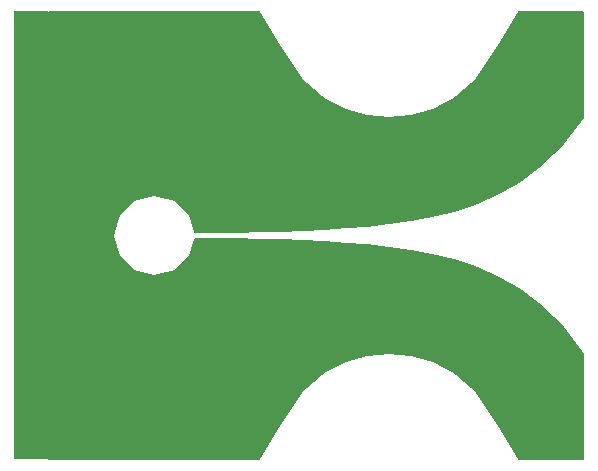
<source format=gbl>
%FSLAX24Y24*%
%MOMM*%
%SFA1B1*%

%IPPOS*%
%ADD13C,0.999998*%
%ADD14R,2.847994X37.979924*%
%ADD15C,0.127000*%
%ADD16C,0.253999*%
%ADD17C,0.507999*%
%ADD18C,1.015998*%
%ADD19C,2.031996*%
%LNvivaldi-1*%
%LPD*%
G54D13*
X694999Y574999D03*
Y662999D03*
G54D14*
X647239Y747599D03*
G54D15*
X1114644Y847736D02*
X1096484Y824262D01*
X1078225Y806343*
X1059972Y792722*
X1041707Y782379*
X1023445Y774524*
X1005174Y768550*
X986894Y764000*
X968605Y760556*
X950289Y757928*
X931991Y755931*
X913687Y754422*
X895379Y753273*
X877059Y752394*
X858747Y751734*
X840432Y751224*
X822116Y750844*
X803799Y750554*
X785948Y750330*
X781490Y764926*
X768808Y777609*
X751479Y782247*
X734151Y777609*
X721471Y764919*
X716844Y747874*
Y747305*
X721471Y730260*
X734151Y717580*
X751479Y712932*
X768808Y717580*
X781490Y730252*
X785948Y744849*
X803802Y744635*
X822119Y744344*
X840436Y743964*
X858752Y743455*
X877067Y742795*
X895389Y741915*
X913699Y740766*
X932007Y739257*
X950311Y737258*
X968605Y734633*
X986894Y731189*
X1005174Y726639*
X1023445Y720665*
X1041707Y712810*
X1059972Y702466*
X1078225Y688846*
X1096484Y670917*
X1114644Y647452*
Y558304*
X1060676*
X1042531Y588020*
X1024150Y616055*
X1005705Y631660*
X987265Y641232*
X968827Y646526*
X950379Y648227*
X931942Y646526*
X913503Y641232*
X895064Y631660*
X876609Y616055*
X858238Y588037*
X840093Y558304*
X662114*
Y936884*
X840093*
X858227Y907169*
X876609Y879134*
X895064Y863529*
X913503Y853957*
X931942Y848663*
X950379Y846952*
X968827Y848663*
X987265Y853957*
X1005705Y863529*
X1024150Y879134*
X1042520Y907151*
X1060676Y936884*
X1114644*
Y847736*
G54D16*
X1113374Y848170D02*
X1095532Y825108D01*
X1077397Y807309*
X1059276Y793788*
X1041141Y783518*
X1022995Y775713*
X1004822Y769771*
X986623Y765241*
X968397Y761809*
X950130Y759188*
X931869Y757195*
X913583Y755688*
X895300Y754541*
X876998Y753662*
X858701Y753003*
X840396Y752494*
X822090Y752114*
X803779Y751824*
X786884Y751612*
X782612Y765600*
X769465Y778747*
X751479Y783561*
X733493Y778747*
X720333Y765577*
X715574Y748043*
Y747135*
X720334Y729601*
X733493Y716442*
X751479Y711617*
X769465Y716441*
X782612Y729578*
X786884Y743567*
X803787Y743365*
X822099Y743074*
X840410Y742695*
X858716Y742185*
X877021Y741526*
X895328Y740646*
X913620Y739498*
X931886Y737992*
X950151Y735998*
X968397Y733380*
X986623Y729947*
X1004822Y725417*
X1022995Y719475*
X1041141Y711670*
X1059276Y701401*
X1077397Y687880*
X1095532Y670071*
X1113374Y647018*
Y559574*
X1061388*
X1043604Y588699*
X1025111Y616905*
X1006417Y632722*
X987738Y642418*
X969063Y647780*
X950379Y649502*
X931706Y647780*
X913030Y642418*
X894352Y632722*
X875648Y616905*
X857165Y588716*
X839380Y559574*
X663384*
Y935614*
X839380*
X857154Y906489*
X875648Y878283*
X894352Y862467*
X913030Y852771*
X931705Y847409*
X950379Y845676*
X969063Y847409*
X987738Y852771*
X1006417Y862467*
X1025111Y878283*
X1043594Y906472*
X1061388Y935614*
X1113374*
Y848170*
G54D17*
X1110834Y849038D02*
X1093629Y826799D01*
X1075740Y809242*
X1057885Y795919*
X1040010Y785797*
X1022097Y778092*
X1004120Y772214*
X986080Y767723*
X967982Y764315*
X949811Y761708*
X931627Y759723*
X913399Y758221*
X895159Y757076*
X876891Y756200*
X858609Y755541*
X840325Y755033*
X822037Y754653*
X803739Y754363*
X788757Y754176*
X784856Y766948*
X770780Y781025*
X751479Y786190*
X732178Y781025*
X718059Y766895*
X713034Y748382*
Y746797*
X718059Y728283*
X732178Y714164*
X751479Y708987*
X770780Y714164*
X784856Y728229*
X788757Y741004*
X803756Y740825*
X822059Y740535*
X840357Y740155*
X858645Y739646*
X876914Y738988*
X895187Y738110*
X913436Y736964*
X931644Y735463*
X949833Y733477*
X967982Y730873*
X986080Y727465*
X1004120Y722974*
X1022097Y717097*
X1040010Y709392*
X1057885Y699269*
X1075740Y685947*
X1093629Y668379*
X1110834Y646150*
Y562114*
X1062813*
X1045751Y590058*
X1027032Y618606*
X1007839Y634845*
X988683Y644789*
X969534Y650287*
X950379Y652053*
X931234Y650287*
X912085Y644789*
X892929Y634845*
X873726Y618606*
X855018Y590075*
X837954Y562114*
X665924*
Y933074*
X837954*
X855007Y905131*
X873726Y876582*
X892929Y860343*
X912085Y850400*
X931233Y844902*
X950379Y843125*
X969535Y844902*
X988683Y850400*
X1007839Y860344*
X1027032Y876582*
X1045740Y905113*
X1062813Y933074*
X1110834*
Y849038*
G54D18*
X1105754Y850774D02*
X1089823Y830181D01*
X1072426Y813108*
X1055104Y800182*
X1037748Y790354*
X1020300Y782849*
X1002715Y777099*
X984996Y772688*
X967150Y769328*
X949175Y766749*
X931143Y764781*
X913031Y763288*
X894878Y762149*
X876678Y761275*
X858447Y760618*
X840202Y760111*
X821932Y759732*
X803658Y759443*
X792502Y759303*
X789345Y769644*
X773408Y785580*
X751479Y791449*
X729548Y785580*
X713510Y769529*
X707954Y749058*
Y746120*
X713511Y725647*
X729548Y709610*
X751479Y703728*
X773408Y709609*
X789344Y725532*
X792504Y735879*
X803695Y735745*
X821978Y735455*
X840234Y735077*
X858483Y734568*
X876701Y733912*
X894906Y733038*
X913068Y731897*
X931159Y730406*
X949196Y728436*
X967150Y725860*
X984996Y722500*
X1002715Y718089*
X1020300Y712339*
X1037748Y704835*
X1055104Y695006*
X1072426Y682081*
X1089823Y664997*
X1105754Y644414*
Y567194*
X1065663*
X1050044Y592775*
X1030876Y622008*
X1010686Y639091*
X990573Y649531*
X970476Y655301*
X950379Y657154*
X930292Y655301*
X910195Y649531*
X890084Y639091*
X869882Y622008*
X850724Y592791*
X835103Y567194*
X671003*
Y927994*
X835103*
X850714Y902414*
X869882Y873180*
X890084Y856097*
X910195Y845657*
X930289Y839887*
X950379Y838023*
X970478Y839887*
X990573Y845657*
X1010686Y856097*
X1030876Y873180*
X1050033Y902396*
X1065663Y927994*
X1105754*
Y850774*
G54D19*
X1095594Y854245D02*
X1082212Y836947D01*
X1065800Y820840*
X1049540Y808707*
X1033224Y799468*
X1016707Y792363*
X999906Y786870*
X982827Y782618*
X965488Y779353*
X947902Y776830*
X930174Y774895*
X912296Y773422*
X894316Y772293*
X876251Y771426*
X858122Y770773*
X839955Y770268*
X821746Y769890*
X803514Y769601*
X799994Y769558*
X798321Y775035*
X778666Y794690*
X751479Y801966*
X724288Y794689*
X704412Y774798*
X697794Y750413*
Y744765*
X704414Y720375*
X724287Y700502*
X751478Y693208*
X778666Y700501*
X798320Y720139*
X799996Y725628*
X803554Y725586*
X821792Y725297*
X839987Y724919*
X858159Y724413*
X876274Y723761*
X894344Y722893*
X912332Y721763*
X930190Y720291*
X947922Y718355*
X965488Y715834*
X982827Y712570*
X999906Y708318*
X1016707Y702825*
X1033224Y695720*
X1049540Y686480*
X1065798Y674349*
X1082212Y658231*
X1095594Y640941*
Y577353*
X1071364*
X1058630Y598209*
X1038564Y628812*
X1016378Y647583*
X994352Y659016*
X972361Y665331*
X950378Y667357*
X928407Y665331*
X906415Y659016*
X884392Y647584*
X862195Y628813*
X842138Y598224*
X829401Y577353*
X681163*
Y917834*
X829401*
X842127Y896981*
X862195Y866374*
X884392Y847604*
X906415Y836172*
X928401Y829858*
X950378Y827820*
X972366Y829858*
X994352Y836172*
X1016378Y847605*
X1038564Y866376*
X1058619Y896961*
X1071364Y917834*
X1095594*
Y854245*
X681482Y587248D02*
X830834D01*
X1067562D02*
X1095502D01*
X681482Y607314D02*
X845312D01*
X1053084D02*
X1095502D01*
X681482Y627380D02*
X859790D01*
X1043432D02*
X1095502D01*
X681482Y647446D02*
X883920D01*
X1019302D02*
X1086612D01*
X681482Y667512D02*
X1072134D01*
X681482Y687578D02*
X1043178D01*
X681482Y707644D02*
X715010D01*
X787654D02*
X999744D01*
X681482Y727710D02*
X700532D01*
X681482Y747776D02*
X695706D01*
X681482Y767842D02*
X700532D01*
X681482Y787908D02*
X715010D01*
X787654D02*
X999744D01*
X681482Y807974D02*
X1048004D01*
X681482Y828040D02*
X946658D01*
X956564D02*
X1072134D01*
X681482Y848106D02*
X879094D01*
X1019302D02*
X1086612D01*
X681482Y868172D02*
X859790D01*
X1043432D02*
X1095502D01*
X681482Y888238D02*
X845312D01*
X1057910D02*
X1095502D01*
X681482Y908304D02*
X830834D01*
X1067562D02*
X1095502D01*
M02*
</source>
